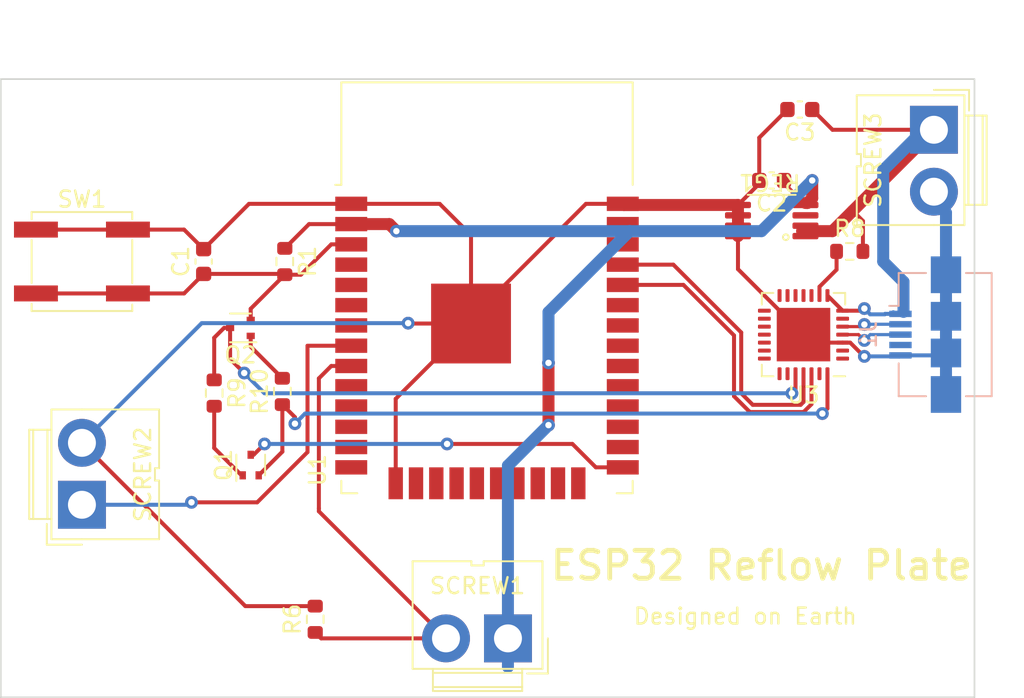
<source format=kicad_pcb>
(kicad_pcb (version 20211014) (generator pcbnew)
  (layers (0 "F.Cu" signal) (31 "B.Cu" signal) (34 "B.Paste" user) (35 "F.Paste" user) (36 "B.SilkS" user "B.Silkscreen") (37 "F.SilkS" user "F.Silkscreen") (38 "B.Mask" user) (39 "F.Mask" user) (44 "Edge.Cuts" user))
  (net 0 "")
  (net 1 "/RESET")
  (net 2 "GND")
  (net 3 "+3V3")
  (net 4 "+5V")
  (net 6 "/D+")
  (net 7 "/D-")
  (net 8 "Net-(Q1-Pad1)")
  (net 9 "/GPIO0")
  (net 10 "/DTR")
  (net 11 "Net-(Q2-Pad1)")
  (net 12 "/RTS")
  (net 13 "/TEMP_SENS")
  (net 14 "Net-(R8-Pad1)")
  (net 15 "/RELAY")
  (net 42 "/RX_ESP")
  (net 43 "/TX_ESP")
  (footprint "LinReg:MSOP8-Reg" (layer "F.Cu") (at 144.78 88.9 180)
    (fp_text reference "REG1" (at 0.127 2.413 180 unlocked) (layer "F.SilkS"))
    (fp_text value "MIC3775")
    (fp_line (start -0.005 1.638) (end -1.505 1.638) (layer "F.SilkS") (width 0.12))
    (fp_line (start -0.005 1.638) (end 1.495 1.638) (layer "F.SilkS") (width 0.12))
    (fp_circle (center -0.889 -1.016) (end -0.762 -0.889) (layer "F.SilkS") (width 0.12) (fill none))
    (pad "EN" smd roundrect (at -2.1175 -0.947 180) (size 1.625 0.4) (layers "F.Cu" "F.Paste" "F.Mask") (net 4 "+5V"))
    (pad "FLG" smd roundrect (at -2.1175 0.353 180) (size 1.625 0.4) (layers "F.Cu" "F.Paste" "F.Mask"))
    (pad "GND" smd roundrect (at 2.1075 1.003 180) (size 1.625 0.4) (layers "F.Cu" "F.Paste" "F.Mask") (net 2 "GND"))
    (pad "GND" smd roundrect (at 2.1075 -0.947 180) (size 1.625 0.4) (layers "F.Cu" "F.Paste" "F.Mask") (net 2 "GND"))
    (pad "GND" smd roundrect (at 2.1075 -0.297 180) (size 1.625 0.4) (layers "F.Cu" "F.Paste" "F.Mask") (net 2 "GND"))
    (pad "GND" smd roundrect (at 2.1075 0.353 180) (size 1.625 0.4) (layers "F.Cu" "F.Paste" "F.Mask") (net 2 "GND"))
    (pad "IN" smd roundrect (at -2.1175 -0.297 180) (size 1.625 0.4) (layers "F.Cu" "F.Paste" "F.Mask") (net 4 "+5V"))
    (pad "OUT" smd roundrect (at -2.1175 1.003 180) (size 1.625 0.4) (layers "F.Cu" "F.Paste" "F.Mask") (net 3 "+3V3"))
  )
  (footprint "Capacitor_SMD:C_0603_1608Metric" (layer "F.Cu") (at 144.78 86.36 180)
    (fp_text reference "C2" (at 0 -1.43) (layer "F.SilkS"))
    (fp_text value "10uF")
    (fp_line (start -0.14058 0.51) (end 0.14058 0.51) (layer "F.SilkS") (width 0.12))
    (fp_line (start -0.14058 -0.51) (end 0.14058 -0.51) (layer "F.SilkS") (width 0.12))
    (pad "1" smd roundrect locked (at -0.775 0 180) (size 0.9 0.95) (layers "F.Cu" "F.Paste" "F.Mask") (net 3 "+3V3"))
    (pad "2" smd roundrect locked (at 0.775 0 180) (size 0.9 0.95) (layers "F.Cu" "F.Paste" "F.Mask") (net 2 "GND"))
  )
  (footprint "Package_TO_SOT_SMD:SOT-523" (layer "F.Cu") (at 112.1664 104.1908 90)
    (fp_text reference "Q1" (at 0 -1.7 90) (layer "F.SilkS"))
    (fp_text value "BC847")
    (fp_line (start -1 -0.9) (end 0.65 -0.9) (layer "F.SilkS") (width 0.12))
    (fp_line (start 0.65 0.9) (end -0.65 0.9) (layer "F.SilkS") (width 0.12))
    (pad "1" smd rect locked (at -0.645 -0.5 270) (size 0.51 0.4) (layers "F.Cu" "F.Paste" "F.Mask") (net 8 "Net-(Q1-Pad1)"))
    (pad "2" smd rect locked (at -0.645 0.5 270) (size 0.51 0.4) (layers "F.Cu" "F.Paste" "F.Mask") (net 10 "/DTR"))
    (pad "3" smd rect locked (at 0.645 0 270) (size 0.51 0.4) (layers "F.Cu" "F.Paste" "F.Mask") (net 9 "/GPIO0"))
  )
  (footprint "Resistor_SMD:R_0603_1608Metric" (layer "F.Cu") (at 109.8804 99.6818 -90)
    (fp_text reference "R9" (at 0 -1.43 90) (layer "F.SilkS"))
    (fp_text value "10k")
    (fp_line (start -0.237258 -0.5225) (end 0.237258 -0.5225) (layer "F.SilkS") (width 0.12))
    (fp_line (start -0.237258 0.5225) (end 0.237258 0.5225) (layer "F.SilkS") (width 0.12))
    (pad "1" smd roundrect locked (at -0.825 0 270) (size 0.8 0.95) (layers "F.Cu" "F.Paste" "F.Mask") (net 12 "/RTS"))
    (pad "2" smd roundrect locked (at 0.825 0 270) (size 0.8 0.95) (layers "F.Cu" "F.Paste" "F.Mask") (net 8 "Net-(Q1-Pad1)"))
  )
  (footprint "Capacitor_SMD:C_0603_1608Metric" (layer "F.Cu") (at 109.22 91.44 90)
    (fp_text reference "C1" (at 0 -1.43 90) (layer "F.SilkS"))
    (fp_text value "10uF")
    (fp_line (start -0.14058 -0.51) (end 0.14058 -0.51) (layer "F.SilkS") (width 0.12))
    (fp_line (start -0.14058 0.51) (end 0.14058 0.51) (layer "F.SilkS") (width 0.12))
    (pad "1" smd roundrect locked (at -0.775 0 90) (size 0.9 0.95) (layers "F.Cu" "F.Paste" "F.Mask") (net 1 "/RESET"))
    (pad "2" smd roundrect locked (at 0.775 0 90) (size 0.9 0.95) (layers "F.Cu" "F.Paste" "F.Mask") (net 2 "GND"))
  )
  (footprint "Connector:JWT_A3963_1x02_P3.96mm_Vertical" (layer "F.Cu") (at 101.6 106.68 90)
    (fp_text reference "SCREW2" (at 1.905 3.81 90) (layer "F.SilkS"))
    (fp_text value "Relay")
    (fp_line (start -0.89 -3.3) (end 4.7 -3.3) (layer "F.SilkS") (width 0.12))
    (fp_line (start 2.29 4.57) (end 2.29 4.83) (layer "F.SilkS") (width 0.12))
    (fp_line (start 1.52 4.57) (end 2.29 4.57) (layer "F.SilkS") (width 0.12))
    (fp_line (start 2.29 4.83) (end 5.97 4.83) (layer "F.SilkS") (width 0.12))
    (fp_line (start 1.52 4.83) (end -2.16 4.83) (layer "F.SilkS") (width 0.12))
    (fp_line (start 5.97 4.83) (end 5.97 0) (layer "F.SilkS") (width 0.12))
    (fp_line (start 4.7 -1.91) (end 4.7 -3.3) (layer "F.SilkS") (width 0.12))
    (fp_line (start -2.5 -2.2) (end -2.5 0) (layer "F.SilkS") (width 0.12))
    (fp_line (start -2.16 0) (end -2.16 4.83) (layer "F.SilkS") (width 0.12))
    (fp_line (start 1.52 4.83) (end 1.52 4.57) (layer "F.SilkS") (width 0.12))
    (fp_line (start -0.89 -2.16) (end 4.7 -2.16) (layer "F.SilkS") (width 0.12))
    (fp_line (start 5.97 -1.91) (end 5.97 0) (layer "F.SilkS") (width 0.12))
    (fp_line (start -2.16 -1.91) (end 5.97 -1.91) (layer "F.SilkS") (width 0.12))
    (fp_line (start -0.89 -3.05) (end 4.7 -3.05) (layer "F.SilkS") (width 0.12))
    (fp_line (start -1.2 -2.2) (end -2.5 -2.2) (layer "F.SilkS") (width 0.12))
    (fp_line (start -2.16 -1.91) (end -2.16 0) (layer "F.SilkS") (width 0.12))
    (fp_line (start -0.89 -1.91) (end -0.89 -3.3) (layer "F.SilkS") (width 0.12))
    (pad "1" thru_hole rect locked (at 0 0 90) (size 3 3) (drill 1.75) (layers *.Cu *.Mask) (net 15 "/RELAY"))
    (pad "2" thru_hole circle locked (at 3.88 0 90) (size 3 3) (drill 1.75) (layers *.Cu *.Mask) (net 2 "GND"))
  )
  (footprint "Resistor_SMD:R_0603_1608Metric" (layer "F.Cu") (at 114.1476 99.5802 90)
    (fp_text reference "R10" (at 0 -1.43 90) (layer "F.SilkS"))
    (fp_text value "10k")
    (fp_line (start -0.237258 -0.5225) (end 0.237258 -0.5225) (layer "F.SilkS") (width 0.12))
    (fp_line (start -0.237258 0.5225) (end 0.237258 0.5225) (layer "F.SilkS") (width 0.12))
    (pad "1" smd roundrect locked (at -0.825 0 90) (size 0.8 0.95) (layers "F.Cu" "F.Paste" "F.Mask") (net 10 "/DTR"))
    (pad "2" smd roundrect locked (at 0.825 0 90) (size 0.8 0.95) (layers "F.Cu" "F.Paste" "F.Mask") (net 11 "Net-(Q2-Pad1)"))
  )
  (footprint "RF_Module:ESP32-WROOM-32" (layer "F.Cu") (at 126.96 96.08)
    (fp_text reference "U1" (at -10.61 8.43 90) (layer "F.SilkS"))
    (fp_text value "ESP32-WROOM-32D")
    (fp_line (start -9.12 -15.865) (end -9.12 -9.445) (layer "F.SilkS") (width 0.12))
    (fp_line (start -9.12 -15.865) (end 9.12 -15.865) (layer "F.SilkS") (width 0.12))
    (fp_line (start 9.12 9.1) (end 9.12 9.88) (layer "F.SilkS") (width 0.12))
    (fp_line (start -9.12 9.88) (end -8.12 9.88) (layer "F.SilkS") (width 0.12))
    (fp_line (start -9.12 -9.445) (end -9.5 -9.445) (layer "F.SilkS") (width 0.12))
    (fp_line (start 9.12 9.88) (end 8.12 9.88) (layer "F.SilkS") (width 0.12))
    (fp_line (start 9.12 -15.865) (end 9.12 -9.445) (layer "F.SilkS") (width 0.12))
    (fp_line (start -9.12 9.1) (end -9.12 9.88) (layer "F.SilkS") (width 0.12))
    (pad "1" smd rect locked (at -8.5 -8.255) (size 2 0.9) (layers "F.Cu" "F.Paste" "F.Mask") (net 2 "GND"))
    (pad "2" smd rect locked (at -8.5 -6.985) (size 2 0.9) (layers "F.Cu" "F.Paste" "F.Mask") (net 3 "+3V3"))
    (pad "3" smd rect locked (at -8.5 -5.715) (size 2 0.9) (layers "F.Cu" "F.Paste" "F.Mask") (net 1 "/RESET"))
    (pad "4" smd rect locked (at -8.5 -4.445) (size 2 0.9) (layers "F.Cu" "F.Paste" "F.Mask"))
    (pad "5" smd rect locked (at -8.5 -3.175) (size 2 0.9) (layers "F.Cu" "F.Paste" "F.Mask"))
    (pad "6" smd rect locked (at -8.5 -1.905) (size 2 0.9) (layers "F.Cu" "F.Paste" "F.Mask"))
    (pad "7" smd rect locked (at -8.5 -0.635) (size 2 0.9) (layers "F.Cu" "F.Paste" "F.Mask"))
    (pad "8" smd rect locked (at -8.5 0.635) (size 2 0.9) (layers "F.Cu" "F.Paste" "F.Mask") (net 15 "/RELAY"))
    (pad "9" smd rect locked (at -8.5 1.905) (size 2 0.9) (layers "F.Cu" "F.Paste" "F.Mask") (net 13 "/TEMP_SENS"))
    (pad "10" smd rect locked (at -8.5 3.175) (size 2 0.9) (layers "F.Cu" "F.Paste" "F.Mask"))
    (pad "11" smd rect locked (at -8.5 4.445) (size 2 0.9) (layers "F.Cu" "F.Paste" "F.Mask"))
    (pad "12" smd rect locked (at -8.5 5.715) (size 2 0.9) (layers "F.Cu" "F.Paste" "F.Mask"))
    (pad "13" smd rect locked (at -8.5 6.985) (size 2 0.9) (layers "F.Cu" "F.Paste" "F.Mask"))
    (pad "14" smd rect locked (at -8.5 8.255) (size 2 0.9) (layers "F.Cu" "F.Paste" "F.Mask"))
    (pad "15" smd rect locked (at -5.715 9.255 90) (size 2 0.9) (layers "F.Cu" "F.Paste" "F.Mask") (net 2 "GND"))
    (pad "16" smd rect locked (at -4.445 9.255 90) (size 2 0.9) (layers "F.Cu" "F.Paste" "F.Mask"))
    (pad "17" smd rect locked (at -3.175 9.255 90) (size 2 0.9) (layers "F.Cu" "F.Paste" "F.Mask"))
    (pad "18" smd rect locked (at -1.905 9.255 90) (size 2 0.9) (layers "F.Cu" "F.Paste" "F.Mask"))
    (pad "19" smd rect locked (at -0.635 9.255 90) (size 2 0.9) (layers "F.Cu" "F.Paste" "F.Mask"))
    (pad "20" smd rect locked (at 0.635 9.255 90) (size 2 0.9) (layers "F.Cu" "F.Paste" "F.Mask"))
    (pad "21" smd rect locked (at 1.905 9.255 90) (size 2 0.9) (layers "F.Cu" "F.Paste" "F.Mask"))
    (pad "22" smd rect locked (at 3.175 9.255 90) (size 2 0.9) (layers "F.Cu" "F.Paste" "F.Mask"))
    (pad "23" smd rect locked (at 4.445 9.255 90) (size 2 0.9) (layers "F.Cu" "F.Paste" "F.Mask"))
    (pad "24" smd rect locked (at 5.715 9.255 90) (size 2 0.9) (layers "F.Cu" "F.Paste" "F.Mask"))
    (pad "25" smd rect locked (at 8.5 8.255) (size 2 0.9) (layers "F.Cu" "F.Paste" "F.Mask") (net 9 "/GPIO0"))
    (pad "26" smd rect locked (at 8.5 6.985) (size 2 0.9) (layers "F.Cu" "F.Paste" "F.Mask"))
    (pad "27" smd rect locked (at 8.5 5.715) (size 2 0.9) (layers "F.Cu" "F.Paste" "F.Mask"))
    (pad "28" smd rect locked (at 8.5 4.445) (size 2 0.9) (layers "F.Cu" "F.Paste" "F.Mask"))
    (pad "29" smd rect locked (at 8.5 3.175) (size 2 0.9) (layers "F.Cu" "F.Paste" "F.Mask"))
    (pad "30" smd rect locked (at 8.5 1.905) (size 2 0.9) (layers "F.Cu" "F.Paste" "F.Mask"))
    (pad "31" smd rect locked (at 8.5 0.635) (size 2 0.9) (layers "F.Cu" "F.Paste" "F.Mask"))
    (pad "32" smd rect locked (at 8.5 -0.635) (size 2 0.9) (layers "F.Cu" "F.Paste" "F.Mask"))
    (pad "33" smd rect locked (at 8.5 -1.905) (size 2 0.9) (layers "F.Cu" "F.Paste" "F.Mask"))
    (pad "34" smd rect locked (at 8.5 -3.175) (size 2 0.9) (layers "F.Cu" "F.Paste" "F.Mask") (net 42 "/RX_ESP"))
    (pad "35" smd rect locked (at 8.5 -4.445) (size 2 0.9) (layers "F.Cu" "F.Paste" "F.Mask") (net 43 "/TX_ESP"))
    (pad "36" smd rect locked (at 8.5 -5.715) (size 2 0.9) (layers "F.Cu" "F.Paste" "F.Mask"))
    (pad "37" smd rect locked (at 8.5 -6.985) (size 2 0.9) (layers "F.Cu" "F.Paste" "F.Mask"))
    (pad "38" smd rect locked (at 8.5 -8.255) (size 2 0.9) (layers "F.Cu" "F.Paste" "F.Mask") (net 2 "GND"))
    (pad "39" smd rect locked (at -1 -0.755) (size 5 5) (layers "F.Cu" "F.Paste" "F.Mask") (net 2 "GND"))
  )
  (footprint "Resistor_SMD:R_0603_1608Metric" (layer "F.Cu") (at 114.3 91.44 -90)
    (fp_text reference "R1" (at 0 -1.43 90) (layer "F.SilkS"))
    (fp_text value "10k")
    (fp_line (start -0.237258 0.5225) (end 0.237258 0.5225) (layer "F.SilkS") (width 0.12))
    (fp_line (start -0.237258 -0.5225) (end 0.237258 -0.5225) (layer "F.SilkS") (width 0.12))
    (pad "1" smd roundrect locked (at -0.825 0 270) (size 0.8 0.95) (layers "F.Cu" "F.Paste" "F.Mask") (net 3 "+3V3"))
    (pad "2" smd roundrect locked (at 0.825 0 270) (size 0.8 0.95) (layers "F.Cu" "F.Paste" "F.Mask") (net 1 "/RESET"))
  )
  (footprint "Button_Switch_SMD:SW_SPST_EVPBF" (layer "F.Cu") (at 101.6 91.44)
    (fp_text reference "SW1" (at 0 -3.9) (layer "F.SilkS"))
    (fp_text value "SW_Push")
    (fp_line (start -3.15 2.65) (end -3.15 3.1) (layer "F.SilkS") (width 0.12))
    (fp_line (start 3.15 3.1) (end 3.15 2.7) (layer "F.SilkS") (width 0.12))
    (fp_line (start -3.15 -3.1) (end 3.15 -3.1) (layer "F.SilkS") (width 0.12))
    (fp_line (start -3.15 -2.65) (end -3.15 -3.1) (layer "F.SilkS") (width 0.12))
    (fp_line (start -3.15 3.1) (end 3.15 3.1) (layer "F.SilkS") (width 0.12))
    (fp_line (start 3.15 -1.35) (end 3.15 1.35) (layer "F.SilkS") (width 0.12))
    (fp_line (start 3.15 -3.1) (end 3.15 -2.65) (layer "F.SilkS") (width 0.12))
    (fp_line (start -3.15 1.35) (end -3.15 -1.35) (layer "F.SilkS") (width 0.12))
    (pad "1" smd rect locked (at -2.88 -2) (size 2.75 1) (layers "F.Cu" "F.Paste" "F.Mask") (net 2 "GND"))
    (pad "1" smd rect locked (at 2.88 -2) (size 2.75 1) (layers "F.Cu" "F.Paste" "F.Mask") (net 2 "GND"))
    (pad "2" smd rect locked (at 2.88 2) (size 2.75 1) (layers "F.Cu" "F.Paste" "F.Mask") (net 1 "/RESET"))
    (pad "2" smd rect locked (at -2.88 2) (size 2.75 1) (layers "F.Cu" "F.Paste" "F.Mask") (net 1 "/RESET"))
  )
  (footprint "Resistor_SMD:R_0603_1608Metric" (layer "F.Cu") (at 116.205 113.855 90)
    (fp_text reference "R6" (at 0 -1.43 90) (layer "F.SilkS"))
    (fp_text value "1k")
    (fp_line (start -0.237258 -0.5225) (end 0.237258 -0.5225) (layer "F.SilkS") (width 0.12))
    (fp_line (start -0.237258 0.5225) (end 0.237258 0.5225) (layer "F.SilkS") (width 0.12))
    (pad "1" smd roundrect locked (at -0.825 0 90) (size 0.8 0.95) (layers "F.Cu" "F.Paste" "F.Mask") (net 13 "/TEMP_SENS"))
    (pad "2" smd roundrect locked (at 0.825 0 90) (size 0.8 0.95) (layers "F.Cu" "F.Paste" "F.Mask") (net 2 "GND"))
  )
  (footprint "Connector:JWT_A3963_1x02_P3.96mm_Vertical" (layer "F.Cu") (at 128.2725 115.05 180)
    (fp_text reference "SCREW1" (at 1.9075 3.29) (layer "F.SilkS"))
    (fp_text value "Thermistor")
    (fp_line (start 1.52 4.57) (end 2.29 4.57) (layer "F.SilkS") (width 0.12))
    (fp_line (start 4.7 -1.91) (end 4.7 -3.3) (layer "F.SilkS") (width 0.12))
    (fp_line (start -0.89 -3.3) (end 4.7 -3.3) (layer "F.SilkS") (width 0.12))
    (fp_line (start -0.89 -2.16) (end 4.7 -2.16) (layer "F.SilkS") (width 0.12))
    (fp_line (start -2.16 -1.91) (end 5.97 -1.91) (layer "F.SilkS") (width 0.12))
    (fp_line (start -2.16 -1.91) (end -2.16 0) (layer "F.SilkS") (width 0.12))
    (fp_line (start -1.2 -2.2) (end -2.5 -2.2) (layer "F.SilkS") (width 0.12))
    (fp_line (start -2.16 0) (end -2.16 4.83) (layer "F.SilkS") (width 0.12))
    (fp_line (start 2.29 4.83) (end 5.97 4.83) (layer "F.SilkS") (width 0.12))
    (fp_line (start -2.5 -2.2) (end -2.5 0) (layer "F.SilkS") (width 0.12))
    (fp_line (start -0.89 -3.05) (end 4.7 -3.05) (layer "F.SilkS") (width 0.12))
    (fp_line (start 1.52 4.83) (end -2.16 4.83) (layer "F.SilkS") (width 0.12))
    (fp_line (start 5.97 4.83) (end 5.97 0) (layer "F.SilkS") (width 0.12))
    (fp_line (start 2.29 4.57) (end 2.29 4.83) (layer "F.SilkS") (width 0.12))
    (fp_line (start 1.52 4.83) (end 1.52 4.57) (layer "F.SilkS") (width 0.12))
    (fp_line (start -0.89 -1.91) (end -0.89 -3.3) (layer "F.SilkS") (width 0.12))
    (fp_line (start 5.97 -1.91) (end 5.97 0) (layer "F.SilkS") (width 0.12))
    (pad "1" thru_hole rect locked (at 0 0 180) (size 3 3) (drill 1.75) (layers *.Cu *.Mask) (net 3 "+3V3"))
    (pad "2" thru_hole circle locked (at 3.88 0 180) (size 3 3) (drill 1.75) (layers *.Cu *.Mask) (net 13 "/TEMP_SENS"))
  )
  (footprint "Capacitor_SMD:C_0603_1608Metric" (layer "F.Cu") (at 146.545 81.915 180)
    (fp_text reference "C3" (at 0 -1.43) (layer "F.SilkS"))
    (fp_text value "10uF")
    (fp_line (start -0.14058 0.51) (end 0.14058 0.51) (layer "F.SilkS") (width 0.12))
    (fp_line (start -0.14058 -0.51) (end 0.14058 -0.51) (layer "F.SilkS") (width 0.12))
    (pad "1" smd roundrect locked (at -0.775 0 180) (size 0.9 0.95) (layers "F.Cu" "F.Paste" "F.Mask") (net 4 "+5V"))
    (pad "2" smd roundrect locked (at 0.775 0 180) (size 0.9 0.95) (layers "F.Cu" "F.Paste" "F.Mask") (net 2 "GND"))
  )
  (footprint "Package_TO_SOT_SMD:SOT-523" (layer "F.Cu") (at 111.5214 95.5976 180)
    (fp_text reference "Q2" (at 0 -1.7) (layer "F.SilkS"))
    (fp_text value "BC847")
    (fp_line (start -1 -0.9) (end 0.65 -0.9) (layer "F.SilkS") (width 0.12))
    (fp_line (start 0.65 0.9) (end -0.65 0.9) (layer "F.SilkS") (width 0.12))
    (pad "1" smd rect locked (at -0.645 -0.5) (size 0.51 0.4) (layers "F.Cu" "F.Paste" "F.Mask") (net 11 "Net-(Q2-Pad1)"))
    (pad "2" smd rect locked (at -0.645 0.5) (size 0.51 0.4) (layers "F.Cu" "F.Paste" "F.Mask") (net 1 "/RESET"))
    (pad "3" smd rect locked (at 0.645 0) (size 0.51 0.4) (layers "F.Cu" "F.Paste" "F.Mask") (net 12 "/RTS"))
  )
  (footprint "Resistor_SMD:R_0603_1608Metric" (layer "F.Cu") (at 149.67 90.805)
    (fp_text reference "R8" (at 0 -1.43) (layer "F.SilkS"))
    (fp_text value "10k")
    (fp_line (start -0.237258 0.5225) (end 0.237258 0.5225) (layer "F.SilkS") (width 0.12))
    (fp_line (start -0.237258 -0.5225) (end 0.237258 -0.5225) (layer "F.SilkS") (width 0.12))
    (pad "1" smd roundrect locked (at -0.825 0) (size 0.8 0.95) (layers "F.Cu" "F.Paste" "F.Mask") (net 14 "Net-(R8-Pad1)"))
    (pad "2" smd roundrect locked (at 0.825 0) (size 0.8 0.95) (layers "F.Cu" "F.Paste" "F.Mask") (net 4 "+5V"))
  )
  (footprint "Connector:JWT_A3963_1x02_P3.96mm_Vertical" (layer "F.Cu") (at 154.94 83.185 -90)
    (fp_text reference "SCREW3" (at 1.905 3.81 -270) (layer "F.SilkS"))
    (fp_text value "Power")
    (fp_line (start -2.16 -1.91) (end 5.97 -1.91) (layer "F.SilkS") (width 0.12))
    (fp_line (start -0.89 -3.3) (end 4.7 -3.3) (layer "F.SilkS") (width 0.12))
    (fp_line (start 2.29 4.57) (end 2.29 4.83) (layer "F.SilkS") (width 0.12))
    (fp_line (start -1.2 -2.2) (end -2.5 -2.2) (layer "F.SilkS") (width 0.12))
    (fp_line (start 1.52 4.83) (end 1.52 4.57) (layer "F.SilkS") (width 0.12))
    (fp_line (start 4.7 -1.91) (end 4.7 -3.3) (layer "F.SilkS") (width 0.12))
    (fp_line (start -2.16 -1.91) (end -2.16 0) (layer "F.SilkS") (width 0.12))
    (fp_line (start -0.89 -1.91) (end -0.89 -3.3) (layer "F.SilkS") (width 0.12))
    (fp_line (start 1.52 4.57) (end 2.29 4.57) (layer "F.SilkS") (width 0.12))
    (fp_line (start -2.5 -2.2) (end -2.5 0) (layer "F.SilkS") (width 0.12))
    (fp_line (start 5.97 -1.91) (end 5.97 0) (layer "F.SilkS") (width 0.12))
    (fp_line (start 1.52 4.83) (end -2.16 4.83) (layer "F.SilkS") (width 0.12))
    (fp_line (start -0.89 -3.05) (end 4.7 -3.05) (layer "F.SilkS") (width 0.12))
    (fp_line (start -0.89 -2.16) (end 4.7 -2.16) (layer "F.SilkS") (width 0.12))
    (fp_line (start -2.16 0) (end -2.16 4.83) (layer "F.SilkS") (width 0.12))
    (fp_line (start 2.29 4.83) (end 5.97 4.83) (layer "F.SilkS") (width 0.12))
    (fp_line (start 5.97 4.83) (end 5.97 0) (layer "F.SilkS") (width 0.12))
    (pad "1" thru_hole rect locked (at 0 0 270) (size 3 3) (drill 1.75) (layers *.Cu *.Mask) (net 4 "+5V"))
    (pad "2" thru_hole circle locked (at 3.88 0 270) (size 3 3) (drill 1.75) (layers *.Cu *.Mask) (net 2 "GND"))
  )
  (footprint "Package_DFN_QFN:QFN-28-1EP_5x5mm_P0.5mm_EP3.35x3.35mm" (layer "F.Cu") (at 146.775 96.02 180)
    (fp_text reference "U3" (at 0 -3.8) (layer "F.SilkS"))
    (fp_text value "CP2102N")
    (fp_line (start 2.61 -2.61) (end 2.61 -1.885) (layer "F.SilkS") (width 0.12))
    (fp_line (start 1.885 2.61) (end 2.61 2.61) (layer "F.SilkS") (width 0.12))
    (fp_line (start -1.885 2.61) (end -2.61 2.61) (layer "F.SilkS") (width 0.12))
    (fp_line (start 2.61 2.61) (end 2.61 1.885) (layer "F.SilkS") (width 0.12))
    (fp_line (start -1.885 -2.61) (end -2.61 -2.61) (layer "F.SilkS") (width 0.12))
    (fp_line (start -2.61 2.61) (end -2.61 1.885) (layer "F.SilkS") (width 0.12))
    (fp_line (start 1.885 -2.61) (end 2.61 -2.61) (layer "F.SilkS") (width 0.12))
    (pad "1" smd roundrect locked (at -2.45 -1.5 180) (size 0.8 0.25) (layers "F.Cu" "F.Paste" "F.Mask"))
    (pad "2" smd roundrect locked (at -2.45 -1 180) (size 0.8 0.25) (layers "F.Cu" "F.Paste" "F.Mask"))
    (pad "3" smd roundrect locked (at -2.45 -0.5 180) (size 0.8 0.25) (layers "F.Cu" "F.Paste" "F.Mask") (net 2 "GND"))
    (pad "4" smd roundrect locked (at -2.45 0 180) (size 0.8 0.25) (layers "F.Cu" "F.Paste" "F.Mask") (net 6 "/D+"))
    (pad "5" smd roundrect locked (at -2.45 0.5 180) (size 0.8 0.25) (layers "F.Cu" "F.Paste" "F.Mask") (net 7 "/D-"))
    (pad "6" smd roundrect locked (at -2.45 1 180) (size 0.8 0.25) (layers "F.Cu" "F.Paste" "F.Mask"))
    (pad "7" smd roundrect locked (at -2.45 1.5 180) (size 0.8 0.25) (layers "F.Cu" "F.Paste" "F.Mask") (net 4 "+5V"))
    (pad "8" smd roundrect locked (at -1.5 2.45 180) (size 0.25 0.8) (layers "F.Cu" "F.Paste" "F.Mask") (net 4 "+5V"))
    (pad "9" smd roundrect locked (at -1 2.45 180) (size 0.25 0.8) (layers "F.Cu" "F.Paste" "F.Mask") (net 14 "Net-(R8-Pad1)"))
    (pad "10" smd roundrect locked (at -0.5 2.45 180) (size 0.25 0.8) (layers "F.Cu" "F.Paste" "F.Mask"))
    (pad "11" smd roundrect locked (at 0 2.45 180) (size 0.25 0.8) (layers "F.Cu" "F.Paste" "F.Mask"))
    (pad "12" smd roundrect locked (at 0.5 2.45 180) (size 0.25 0.8) (layers "F.Cu" "F.Paste" "F.Mask"))
    (pad "13" smd roundrect locked (at 1 2.45 180) (size 0.25 0.8) (layers "F.Cu" "F.Paste" "F.Mask"))
    (pad "14" smd roundrect locked (at 1.5 2.45 180) (size 0.25 0.8) (layers "F.Cu" "F.Paste" "F.Mask"))
    (pad "15" smd roundrect locked (at 2.45 1.5 180) (size 0.8 0.25) (layers "F.Cu" "F.Paste" "F.Mask"))
    (pad "16" smd roundrect locked (at 2.45 1 180) (size 0.8 0.25) (layers "F.Cu" "F.Paste" "F.Mask"))
    (pad "17" smd roundrect locked (at 2.45 0.5 180) (size 0.8 0.25) (layers "F.Cu" "F.Paste" "F.Mask"))
    (pad "18" smd roundrect locked (at 2.45 0 180) (size 0.8 0.25) (layers "F.Cu" "F.Paste" "F.Mask"))
    (pad "19" smd roundrect locked (at 2.45 -0.5 180) (size 0.8 0.25) (layers "F.Cu" "F.Paste" "F.Mask"))
    (pad "20" smd roundrect locked (at 2.45 -1 180) (size 0.8 0.25) (layers "F.Cu" "F.Paste" "F.Mask"))
    (pad "21" smd roundrect locked (at 2.45 -1.5 180) (size 0.8 0.25) (layers "F.Cu" "F.Paste" "F.Mask"))
    (pad "22" smd roundrect locked (at 1.5 -2.45 180) (size 0.25 0.8) (layers "F.Cu" "F.Paste" "F.Mask"))
    (pad "23" smd roundrect locked (at 1 -2.45 180) (size 0.25 0.8) (layers "F.Cu" "F.Paste" "F.Mask"))
    (pad "24" smd roundrect locked (at 0.5 -2.45 180) (size 0.25 0.8) (layers "F.Cu" "F.Paste" "F.Mask") (net 12 "/RTS"))
    (pad "25" smd roundrect locked (at 0 -2.45 180) (size 0.25 0.8) (layers "F.Cu" "F.Paste" "F.Mask") (net 43 "/TX_ESP"))
    (pad "26" smd roundrect locked (at -0.5 -2.45 180) (size 0.25 0.8) (layers "F.Cu" "F.Paste" "F.Mask") (net 42 "/RX_ESP"))
    (pad "27" smd roundrect locked (at -1 -2.45 180) (size 0.25 0.8) (layers "F.Cu" "F.Paste" "F.Mask"))
    (pad "28" smd roundrect locked (at -1.5 -2.45 180) (size 0.25 0.8) (layers "F.Cu" "F.Paste" "F.Mask") (net 10 "/DTR"))
    (pad "29" smd rect locked (at 0 0 180) (size 3.35 3.35) (layers "F.Cu" "F.Mask") (net 2 "GND"))
  )
  (footprint "Connector_USB:USB_Micro-B_Amphenol_10104110_Horizontal" (layer "B.Cu") (at 154.395 96.02 -90)
    (fp_text reference "J1" (at 0 3.55 90) (layer "B.SilkS") (effects (justify mirror)))
    (fp_text value "USB_B_Micro")
    (fp_line (start -3.86 -4.16) (end 3.86 -4.16) (layer "B.SilkS") (width 0.12))
    (fp_line (start 3.86 -0.05) (end 3.86 1.66) (layer "B.SilkS") (width 0.12))
    (fp_line (start -3.86 -0.05) (end -3.86 1.66) (layer "B.SilkS") (width 0.12))
    (fp_line (start -3.86 -4.16) (end -3.86 -2.55) (layer "B.SilkS") (width 0.12))
    (fp_line (start -1.8 1.66) (end -1.8 2.25) (layer "B.SilkS") (width 0.12))
    (fp_line (start -3.86 1.66) (end -1.8 1.66) (layer "B.SilkS") (width 0.12))
    (fp_line (start 3.86 -4.16) (end 3.86 -2.55) (layer "B.SilkS") (width 0.12))
    (fp_line (start 3.86 1.66) (end 1.8 1.66) (layer "B.SilkS") (width 0.12))
    (pad "1" smd rect locked (at -1.3 1.55 270) (size 0.4 1.4) (layers "B.Cu" "B.Paste" "B.Mask") (net 4 "+5V"))
    (pad "2" smd rect locked (at -0.65 1.55 270) (size 0.4 1.4) (layers "B.Cu" "B.Paste" "B.Mask") (net 7 "/D-"))
    (pad "3" smd rect locked (at 0 1.55 270) (size 0.4 1.4) (layers "B.Cu" "B.Paste" "B.Mask") (net 6 "/D+"))
    (pad "4" smd rect locked (at 0.65 1.55 270) (size 0.4 1.4) (layers "B.Cu" "B.Paste" "B.Mask"))
    (pad "5" smd rect locked (at 1.3 1.55 270) (size 0.4 1.4) (layers "B.Cu" "B.Paste" "B.Mask") (net 2 "GND"))
    (pad "6" smd rect locked (at 1.15 -1.3 270) (size 1.8 1.9) (layers "B.Cu" "B.Paste" "B.Mask") (net 2 "GND"))
    (pad "6" smd rect locked (at -1.15 -1.3 270) (size 1.8 1.9) (layers "B.Cu" "B.Paste" "B.Mask") (net 2 "GND"))
    (pad "6" smd rect locked (at -3.75 -1.3 270) (size 2.3 1.9) (layers "B.Cu" "B.Paste" "B.Mask") (net 2 "GND"))
    (pad "6" smd rect locked (at 3.75 -1.3 270) (size 2.3 1.9) (layers "B.Cu" "B.Paste" "B.Mask") (net 2 "GND"))
  )
  (gr_rect (start 96.52 80.01) (end 157.48 118.745) (layer "Edge.Cuts") (width 0.1) (fill none))
  (gr_text "ESP32 Reflow Plate" (at 144.145 110.49) (layer "F.SilkS") (effects (font (size 1.75 1.75) (thickness 0.3))))
  (gr_text "Designed on Earth " (at 143.51 113.665) (layer "F.SilkS") (effects (font (size 1 1))))
  (segment (start 114.3 92.265) (end 112.1664 94.3986) (width 0.25) (layer "F.Cu") (net 1))
  (segment (start 115.31 92.265) (end 114.3 92.265) (width 0.25) (layer "F.Cu") (net 1))
  (segment (start 104.48 93.44) (end 98.72 93.44) (width 0.25) (layer "F.Cu") (net 1))
  (segment (start 114.3 92.265) (end 114.25 92.215) (width 0.25) (layer "F.Cu") (net 1))
  (segment (start 117.21 90.365) (end 115.31 92.265) (width 0.25) (layer "F.Cu") (net 1))
  (segment (start 107.995 93.44) (end 104.48 93.44) (width 0.25) (layer "F.Cu") (net 1))
  (segment (start 112.1664 94.3986) (end 112.1664 95.0976) (width 0.25) (layer "F.Cu") (net 1))
  (segment (start 118.46 90.365) (end 117.21 90.365) (width 0.25) (layer "F.Cu") (net 1))
  (segment (start 114.25 92.215) (end 109.22 92.215) (width 0.25) (layer "F.Cu") (net 1))
  (segment (start 109.22 92.215) (end 107.995 93.44) (width 0.25) (layer "F.Cu") (net 1))
  (segment (start 122.0458 95.325) (end 122.0216 95.3008) (width 0.25) (layer "F.Cu") (net 2))
  (segment (start 123.9946 87.825) (end 118.46 87.825) (width 0.25) (layer "F.Cu") (net 2))
  (segment (start 133.155 87.825) (end 135.46 87.825) (width 0.25) (layer "F.Cu") (net 2))
  (segment (start 135.532 87.897) (end 135.46 87.825) (width 0.75) (layer "F.Cu") (net 2))
  (segment (start 107.995 89.44) (end 104.48 89.44) (width 0.25) (layer "F.Cu") (net 2))
  (segment (start 112.06 87.825) (end 118.46 87.825) (width 0.25) (layer "F.Cu") (net 2))
  (segment (start 150.559889 97.384006) (end 150.585 97.384006) (width 0.25) (layer "F.Cu") (net 2))
  (segment (start 144.005 86.36) (end 144.005 86.5645) (width 0.25) (layer "F.Cu") (net 2))
  (segment (start 125.96 95.325) (end 122.0458 95.325) (width 0.25) (layer "F.Cu") (net 2))
  (segment (start 104.48 89.44) (end 98.72 89.44) (width 0.25) (layer "F.Cu") (net 2))
  (segment (start 149.225 96.52) (end 147.275 96.52) (width 0.25) (layer "F.Cu") (net 2))
  (segment (start 144.005 86.36) (end 144.005 83.68) (width 0.25) (layer "F.Cu") (net 2))
  (segment (start 101.6 102.8) (end 111.83 113.03) (width 0.25) (layer "F.Cu") (net 2))
  (segment (start 111.83 113.03) (end 116.205 113.03) (width 0.25) (layer "F.Cu") (net 2))
  (segment (start 109.22 90.665) (end 112.06 87.825) (width 0.25) (layer "F.Cu") (net 2))
  (segment (start 125.96 95.325) (end 125.96 89.7904) (width 0.25) (layer "F.Cu") (net 2))
  (segment (start 109.22 90.665) (end 107.995 89.44) (width 0.25) (layer "F.Cu") (net 2))
  (segment (start 121.245 100.04) (end 125.96 95.325) (width 0.25) (layer "F.Cu") (net 2))
  (segment (start 125.96 95.325) (end 125.96 95.02) (width 0.25) (layer "F.Cu") (net 2))
  (segment (start 147.275 96.52) (end 146.775 96.02) (width 0.25) (layer "F.Cu") (net 2))
  (segment (start 144.005 86.5645) (end 142.6725 87.897) (width 0.25) (layer "F.Cu") (net 2))
  (segment (start 125.96 95.02) (end 133.155 87.825) (width 0.25) (layer "F.Cu") (net 2))
  (segment (start 125.96 89.7904) (end 123.9946 87.825) (width 0.25) (layer "F.Cu") (net 2))
  (segment (start 149.695883 96.52) (end 150.559889 97.384006) (width 0.25) (layer "F.Cu") (net 2))
  (segment (start 149.225 96.52) (end 149.695883 96.52) (width 0.25) (layer "F.Cu") (net 2))
  (segment (start 142.6725 91.9175) (end 142.6725 89.847) (width 0.25) (layer "F.Cu") (net 2))
  (segment (start 142.6725 87.897) (end 135.532 87.897) (width 0.75) (layer "F.Cu") (net 2))
  (segment (start 146.775 96.02) (end 142.6725 91.9175) (width 0.25) (layer "F.Cu") (net 2))
  (segment (start 144.005 83.68) (end 145.77 81.915) (width 0.25) (layer "F.Cu") (net 2))
  (segment (start 121.245 105.335) (end 121.245 100.04) (width 0.25) (layer "F.Cu") (net 2))
  (segment (start 142.6725 89.847) (end 142.6725 87.897) (width 0.75) (layer "F.Cu") (net 2))
  (via (at 122.0216 95.3008) (size 0.8) (drill 0.4) (layers "F.Cu" "B.Cu") (net 2))
  (via (at 150.585 97.384006) (size 0.8) (drill 0.4) (layers "F.Cu" "B.Cu") (net 2))
  (segment (start 154.94 87.63) (end 155.695 88.385) (width 0.75) (layer "B.Cu") (net 2))
  (segment (start 152.780994 97.384006) (end 152.845 97.32) (width 0.25) (layer "B.Cu") (net 2))
  (segment (start 122.0216 95.3008) (end 109.0992 95.3008) (width 0.25) (layer "B.Cu") (net 2))
  (segment (start 152.845 97.32) (end 155.545 97.32) (width 0.25) (layer "B.Cu") (net 2))
  (segment (start 150.585 97.384006) (end 152.780994 97.384006) (width 0.25) (layer "B.Cu") (net 2))
  (segment (start 154.94 87.065) (end 154.94 87.63) (width 0.75) (layer "B.Cu") (net 2))
  (segment (start 155.545 97.32) (end 155.695 97.17) (width 0.25) (layer "B.Cu") (net 2))
  (segment (start 109.0992 95.3008) (end 101.6 102.8) (width 0.25) (layer "B.Cu") (net 2))
  (segment (start 155.695 88.385) (end 155.695 99.77) (width 0.75) (layer "B.Cu") (net 2))
  (segment (start 147.02202 87.77248) (end 146.8975 87.77248) (width 0.75) (layer "F.Cu") (net 3))
  (segment (start 120.845 89.095) (end 121.285 89.535) (width 0.75) (layer "F.Cu") (net 3))
  (segment (start 115.82 89.095) (end 118.46 89.095) (width 0.25) (layer "F.Cu") (net 3))
  (segment (start 114.3 90.615) (end 115.82 89.095) (width 0.25) (layer "F.Cu") (net 3))
  (segment (start 130.81 97.79) (end 130.81 101.6895) (width 0.75) (layer "F.Cu") (net 3))
  (segment (start 147.32 87.4745) (end 147.02202 87.77248) (width 0.75) (layer "F.Cu") (net 3))
  (segment (start 145.555 86.5545) (end 146.8975 87.897) (width 0.25) (layer "F.Cu") (net 3))
  (segment (start 118.46 89.095) (end 120.845 89.095) (width 0.75) (layer "F.Cu") (net 3))
  (segment (start 147.32 86.36) (end 147.32 87.4745) (width 0.75) (layer "F.Cu") (net 3))
  (segment (start 145.555 86.36) (end 145.555 86.5545) (width 0.25) (layer "F.Cu") (net 3))
  (via (at 147.32 86.36) (size 0.8) (drill 0.4) (layers "F.Cu" "B.Cu") (net 3))
  (via (at 121.285 89.535) (size 0.8) (drill 0.4) (layers "F.Cu" "B.Cu") (net 3))
  (via (at 130.81 97.79) (size 0.8) (drill 0.4) (layers "F.Cu" "B.Cu") (net 3))
  (via (at 130.81 101.6895) (size 0.8) (drill 0.4) (layers "F.Cu" "B.Cu") (net 3))
  (segment (start 135.89 89.535) (end 144.145 89.535) (width 0.75) (layer "B.Cu") (net 3))
  (segment (start 121.285 89.535) (end 135.89 89.535) (width 0.75) (layer "B.Cu") (net 3))
  (segment (start 128.27 104.2295) (end 128.27 116.84) (width 0.75) (layer "B.Cu") (net 3))
  (segment (start 144.145 89.535) (end 147.32 86.36) (width 0.75) (layer "B.Cu") (net 3))
  (segment (start 130.81 94.615) (end 130.81 97.79) (width 0.75) (layer "B.Cu") (net 3))
  (segment (start 135.89 89.535) (end 130.81 94.615) (width 0.75) (layer "B.Cu") (net 3))
  (segment (start 130.81 101.6895) (end 128.27 104.2295) (width 0.75) (layer "B.Cu") (net 3))
  (segment (start 149.225 94.52) (end 150.450497 94.52) (width 0.25) (layer "F.Cu") (net 4))
  (segment (start 150.450497 94.52) (end 150.585 94.385497) (width 0.25) (layer "F.Cu") (net 4))
  (segment (start 149.86 88.265) (end 148.59 89.535) (width 0.75) (layer "F.Cu") (net 4))
  (segment (start 147.32 81.915) (end 148.59 83.185) (width 0.25) (layer "F.Cu") (net 4))
  (segment (start 148.275 93.57) (end 149.225 94.52) (width 0.25) (layer "F.Cu") (net 4))
  (segment (start 154.94 83.185) (end 149.86 88.265) (width 0.75) (layer "F.Cu") (net 4))
  (segment (start 148.59 89.535) (end 146.685 89.535) (width 0.75) (layer "F.Cu") (net 4))
  (segment (start 150.495 88.9) (end 149.86 88.265) (width 0.25) (layer "F.Cu") (net 4))
  (segment (start 150.495 90.805) (end 150.495 88.9) (width 0.25) (layer "F.Cu") (net 4))
  (segment (start 148.59 83.185) (end 154.94 83.185) (width 0.25) (layer "F.Cu") (net 4))
  (via (at 150.585 94.385497) (size 0.8) (drill 0.4) (layers "F.Cu" "B.Cu") (net 4))
  (segment (start 154.305 83.185) (end 154.94 83.185) (width 0.75) (layer "B.Cu") (net 4))
  (segment (start 152.505 94.72) (end 152.845 94.72) (width 0.25) (layer "B.Cu") (net 4))
  (segment (start 151.765 85.725) (end 154.305 83.185) (width 0.75) (layer "B.Cu") (net 4))
  (segment (start 150.949503 94.75) (end 151.855 94.75) (width 0.25) (layer "B.Cu") (net 4))
  (segment (start 150.585 94.385497) (end 150.949503 94.75) (width 0.25) (layer "B.Cu") (net 4))
  (segment (start 153.035 94.595489) (end 153.035 92.71) (width 0.75) (layer "B.Cu") (net 4))
  (segment (start 151.765 91.44) (end 151.765 85.725) (width 0.75) (layer "B.Cu") (net 4))
  (segment (start 152.4 94.615) (end 152.505 94.72) (width 0.25) (layer "B.Cu") (net 4))
  (segment (start 151.885 94.72) (end 152.845 94.72) (width 0.25) (layer "B.Cu") (net 4))
  (segment (start 151.855 94.75) (end 151.885 94.72) (width 0.25) (layer "B.Cu") (net 4))
  (segment (start 153.035 92.71) (end 151.765 91.44) (width 0.75) (layer "B.Cu") (net 4))
  (segment (start 149.225 96.02) (end 150.220497 96.02) (width 0.2) (layer "F.Cu") (net 6))
  (segment (start 150.220497 96.02) (end 150.585 96.384503) (width 0.2) (layer "F.Cu") (net 6))
  (via (at 150.585 96.384503) (size 0.8) (drill 0.4) (layers "F.Cu" "B.Cu") (net 6))
  (segment (start 150.949503 96.02) (end 152.845 96.02) (width 0.2) (layer "B.Cu") (net 6))
  (segment (start 150.585 96.384503) (end 150.949503 96.02) (width 0.2) (layer "B.Cu") (net 6))
  (segment (start 149.225 95.52) (end 150.45 95.52) (width 0.2) (layer "F.Cu") (net 7))
  (segment (start 150.45 95.52) (end 150.585 95.385) (width 0.2) (layer "F.Cu") (net 7))
  (via (at 150.585 95.385) (size 0.8) (drill 0.4) (layers "F.Cu" "B.Cu") (net 7))
  (segment (start 150.585 95.385) (end 150.6 95.37) (width 0.2) (layer "B.Cu") (net 7))
  (segment (start 150.6 95.37) (end 152.845 95.37) (width 0.2) (layer "B.Cu") (net 7))
  (segment (start 111.6076 104.8512) (end 109.8804 103.124) (width 0.25) (layer "F.Cu") (net 8))
  (segment (start 111.623 104.8358) (end 111.6076 104.8512) (width 0.25) (layer "F.Cu") (net 8))
  (segment (start 109.8804 103.124) (end 109.8804 100.5068) (width 0.25) (layer "F.Cu") (net 8))
  (segment (start 111.6664 104.8358) (end 111.623 104.8358) (width 0.25) (layer "F.Cu") (net 8))
  (segment (start 132.309022 102.87) (end 133.774022 104.335) (width 0.25) (layer "F.Cu") (net 9))
  (segment (start 112.1664 103.5458) (end 112.3542 103.5458) (width 0.25) (layer "F.Cu") (net 9))
  (segment (start 124.46 102.87) (end 132.309022 102.87) (width 0.25) (layer "F.Cu") (net 9))
  (segment (start 112.3542 103.5458) (end 113.03 102.87) (width 0.25) (layer "F.Cu") (net 9))
  (segment (start 133.774022 104.335) (end 135.46 104.335) (width 0.25) (layer "F.Cu") (net 9))
  (via (at 124.46 102.87) (size 0.8) (drill 0.4) (layers "F.Cu" "B.Cu") (net 9))
  (via (at 113.03 102.87) (size 0.8) (drill 0.4) (layers "F.Cu" "B.Cu") (net 9))
  (segment (start 113.03 102.87) (end 124.46 102.87) (width 0.25) (layer "B.Cu") (net 9))
  (segment (start 114.935 101.1926) (end 114.1476 100.4052) (width 0.25) (layer "F.Cu") (net 10))
  (segment (start 148.275 98.47) (end 148.275 100.645) (width 0.25) (layer "F.Cu") (net 10))
  (segment (start 148.275 100.645) (end 147.955 100.965) (width 0.25) (layer "F.Cu") (net 10))
  (segment (start 114.1476 103.3546) (end 114.1476 100.4052) (width 0.25) (layer "F.Cu") (net 10))
  (segment (start 112.6664 104.8358) (end 114.1476 103.3546) (width 0.25) (layer "F.Cu") (net 10))
  (segment (start 114.935 101.6) (end 114.935 101.1926) (width 0.25) (layer "F.Cu") (net 10))
  (via (at 114.935 101.6) (size 0.8) (drill 0.4) (layers "F.Cu" "B.Cu") (net 10))
  (via (at 147.955 100.965) (size 0.8) (drill 0.4) (layers "F.Cu" "B.Cu") (net 10))
  (segment (start 147.955 100.965) (end 115.57 100.965) (width 0.25) (layer "B.Cu") (net 10))
  (segment (start 115.57 100.965) (end 114.935 101.6) (width 0.25) (layer "B.Cu") (net 10))
  (segment (start 112.1664 96.774) (end 112.1664 96.0976) (width 0.25) (layer "F.Cu") (net 11))
  (segment (start 114.1476 98.7552) (end 112.1664 96.774) (width 0.25) (layer "F.Cu") (net 11))
  (segment (start 146.275 99.47) (end 146.05 99.695) (width 0.25) (layer "F.Cu") (net 12))
  (segment (start 110.498 95.5976) (end 110.8764 95.5976) (width 0.25) (layer "F.Cu") (net 12))
  (segment (start 109.8804 96.2152) (end 110.498 95.5976) (width 0.25) (layer "F.Cu") (net 12))
  (segment (start 146.275 98.47) (end 146.275 99.47) (width 0.25) (layer "F.Cu") (net 12))
  (segment (start 110.8764 97.5414) (end 110.8764 95.5976) (width 0.25) (layer "F.Cu") (net 12))
  (segment (start 111.76 98.425) (end 110.8764 97.5414) (width 0.25) (layer "F.Cu") (net 12))
  (segment (start 109.8804 98.8568) (end 109.8804 96.2152) (width 0.25) (layer "F.Cu") (net 12))
  (via (at 111.76 98.425) (size 0.8) (drill 0.4) (layers "F.Cu" "B.Cu") (net 12))
  (via (at 146.05 99.695) (size 0.8) (drill 0.4) (layers "F.Cu" "B.Cu") (net 12))
  (segment (start 113.03 99.695) (end 111.76 98.425) (width 0.25) (layer "B.Cu") (net 12))
  (segment (start 146.05 99.695) (end 113.03 99.695) (width 0.25) (layer "B.Cu") (net 12))
  (segment (start 116.205 114.68) (end 116.575 115.05) (width 0.25) (layer "F.Cu") (net 13))
  (segment (start 116.575 115.05) (end 124.3925 115.05) (width 0.25) (layer "F.Cu") (net 13))
  (segment (start 116.4336 107.0911) (end 116.4336 106.9086) (width 0.25) (layer "F.Cu") (net 13))
  (segment (start 117.21 97.985) (end 116.4336 98.7614) (width 0.25) (layer "F.Cu") (net 13))
  (segment (start 124.3925 115.05) (end 116.4336 107.0911) (width 0.25) (layer "F.Cu") (net 13))
  (segment (start 116.4336 98.7614) (end 116.4336 106.9086) (width 0.25) (layer "F.Cu") (net 13))
  (segment (start 118.46 97.985) (end 117.21 97.985) (width 0.25) (layer "F.Cu") (net 13))
  (segment (start 147.775 93.020978) (end 147.775 93.57) (width 0.25) (layer "F.Cu") (net 14))
  (segment (start 148.845 91.950978) (end 147.775 93.020978) (width 0.25) (layer "F.Cu") (net 14))
  (segment (start 148.845 90.805) (end 148.845 91.950978) (width 0.25) (layer "F.Cu") (net 14))
  (segment (start 118.46 96.715) (end 115.7306 96.715) (width 0.25) (layer "F.Cu") (net 15))
  (segment (start 115.7224 96.7232) (end 115.7224 103.378) (width 0.25) (layer "F.Cu") (net 15))
  (segment (start 115.7306 96.715) (end 115.7224 96.7232) (width 0.25) (layer "F.Cu") (net 15))
  (segment (start 115.7224 103.378) (end 112.5728 106.5276) (width 0.25) (layer "F.Cu") (net 15))
  (segment (start 112.5728 106.5276) (end 108.458 106.5276) (width 0.25) (layer "F.Cu") (net 15))
  (via (at 108.458 106.5276) (size 0.8) (drill 0.4) (layers "F.Cu" "B.Cu") (net 15))
  (segment (start 108.458 106.5276) (end 108.3056 106.68) (width 0.25) (layer "B.Cu") (net 15))
  (segment (start 108.3056 106.68) (end 101.6 106.68) (width 0.25) (layer "B.Cu") (net 15))
  (segment (start 147.275 100.375717) (end 146.781686 100.869031) (width 0.25) (layer "F.Cu") (net 42))
  (segment (start 142.42548 99.881197) (end 142.42548 96.071198) (width 0.25) (layer "F.Cu") (net 42))
  (segment (start 139.259282 92.905) (end 135.46 92.905) (width 0.25) (layer "F.Cu") (net 42))
  (segment (start 147.275 98.47) (end 147.275 100.375717) (width 0.25) (layer "F.Cu") (net 42))
  (segment (start 146.781686 100.869031) (end 143.413314 100.869031) (width 0.25) (layer "F.Cu") (net 42))
  (segment (start 142.42548 96.071198) (end 139.259282 92.905) (width 0.25) (layer "F.Cu") (net 42))
  (segment (start 143.413314 100.869031) (end 142.42548 99.881197) (width 0.25) (layer "F.Cu") (net 42))
  (segment (start 142.875 99.695) (end 143.599511 100.419511) (width 0.25) (layer "F.Cu") (net 43))
  (segment (start 138.625 91.635) (end 142.875 95.885) (width 0.25) (layer "F.Cu") (net 43))
  (segment (start 135.46 91.635) (end 138.625 91.635) (width 0.25) (layer "F.Cu") (net 43))
  (segment (start 142.875 95.885) (end 142.875 99.695) (width 0.25) (layer "F.Cu") (net 43))
  (segment (start 143.599511 100.419511) (end 146.595489 100.419511) (width 0.25) (layer "F.Cu") (net 43))
  (segment (start 146.775 100.24) (end 146.775 98.47) (width 0.25) (layer "F.Cu") (net 43))
  (segment (start 146.595489 100.419511) (end 146.775 100.24) (width 0.25) (layer "F.Cu") (net 43))
)
</source>
